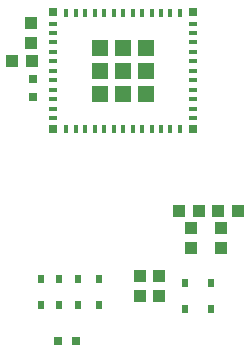
<source format=gbr>
G04 EAGLE Gerber RS-274X export*
G75*
%MOMM*%
%FSLAX34Y34*%
%LPD*%
%INSolderpaste Top*%
%IPPOS*%
%AMOC8*
5,1,8,0,0,1.08239X$1,22.5*%
G01*
%ADD10R,0.800000X0.800000*%
%ADD11R,1.100000X1.000000*%
%ADD12R,0.800000X0.400000*%
%ADD13R,0.400000X0.800000*%
%ADD14R,1.450000X1.450000*%
%ADD15R,0.700000X0.700000*%
%ADD16R,0.500000X0.800000*%
%ADD17R,1.000000X1.100000*%


D10*
X-55125Y14288D03*
X-40125Y14288D03*
D11*
X30163Y51825D03*
X30163Y68825D03*
D12*
X-59000Y282888D03*
X-59000Y274888D03*
X-59000Y266888D03*
X-59000Y258888D03*
X-59000Y250888D03*
X-59000Y242888D03*
X-59000Y234888D03*
X-59000Y226888D03*
X-59000Y218888D03*
X-59000Y210888D03*
X-59000Y202888D03*
D13*
X-48000Y193888D03*
X-40000Y193888D03*
X-32000Y193888D03*
X-24000Y193888D03*
X-16000Y193888D03*
X-8000Y193888D03*
X0Y193888D03*
X8000Y193888D03*
X16000Y193888D03*
X24000Y193888D03*
X32000Y193888D03*
X40000Y193888D03*
X48000Y193888D03*
D12*
X59000Y202888D03*
X59000Y210888D03*
X59000Y218888D03*
X59000Y226888D03*
X59000Y234888D03*
X59000Y242888D03*
X59000Y250888D03*
X59000Y258888D03*
X59000Y266888D03*
X59000Y274888D03*
X59000Y282888D03*
D13*
X48000Y291888D03*
X40000Y291888D03*
X32000Y291888D03*
X24000Y291888D03*
X16000Y291888D03*
X8000Y291888D03*
X0Y291888D03*
X-8000Y291888D03*
X-16000Y291888D03*
X-24000Y291888D03*
X-32000Y291888D03*
X-40000Y291888D03*
X-48000Y291888D03*
D14*
X0Y242888D03*
X19750Y262638D03*
X0Y262638D03*
X-19750Y262638D03*
X-19750Y242888D03*
X-19750Y223138D03*
X0Y223138D03*
X19750Y223138D03*
X19750Y242888D03*
D15*
X-59500Y292388D03*
X-59500Y193388D03*
X59500Y193388D03*
X59500Y292388D03*
D11*
X14288Y68825D03*
X14288Y51825D03*
D16*
X-38100Y44563D03*
X-38100Y66563D03*
X-53975Y44563D03*
X-53975Y66563D03*
X-69850Y44563D03*
X-69850Y66563D03*
X-20638Y44563D03*
X-20638Y66563D03*
D11*
X57150Y110100D03*
X57150Y93100D03*
X82550Y110100D03*
X82550Y93100D03*
X97400Y123825D03*
X80400Y123825D03*
X64063Y123825D03*
X47063Y123825D03*
D16*
X52388Y41388D03*
X52388Y63388D03*
X74613Y41388D03*
X74613Y63388D03*
D17*
X-77788Y283138D03*
X-77788Y266138D03*
D10*
X-76200Y236100D03*
X-76200Y221100D03*
D17*
X-77225Y250825D03*
X-94225Y250825D03*
M02*

</source>
